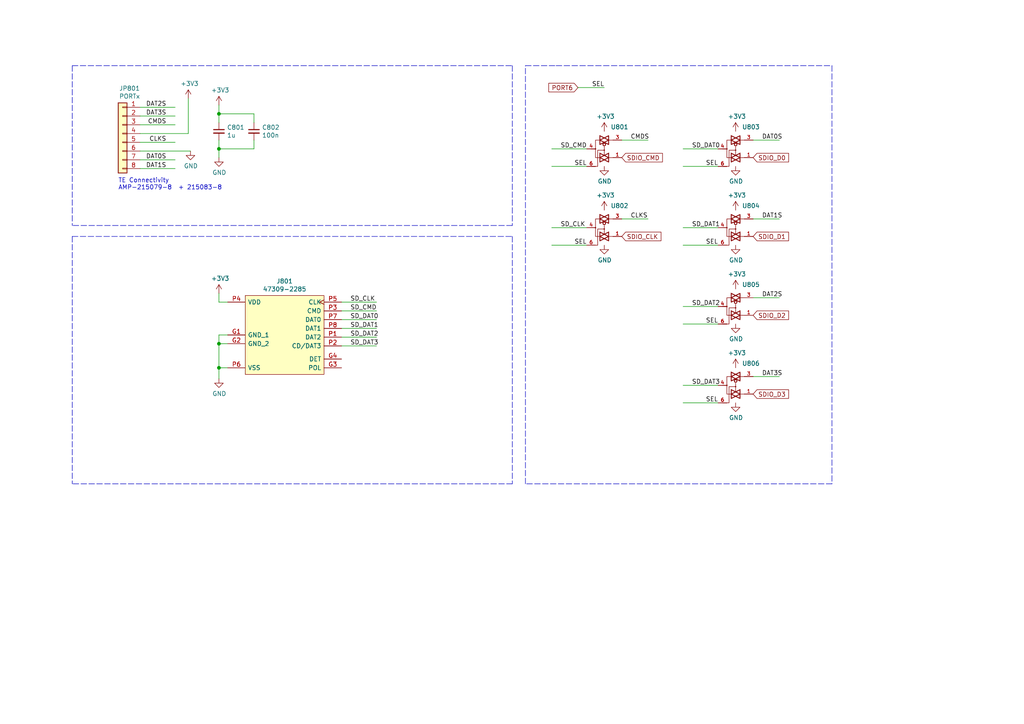
<source format=kicad_sch>
(kicad_sch (version 20200608) (host eeschema "(5.99.0-1973-g8c57821e9)")
  (page 1 9)
  (paper "A4")
  (lib_symbols
    (symbol "47309-2285:47309-2285" (pin_names (offset 0.762))
      (property "Reference" "J" (at 29.21 7.62 0))
      (property "Value" "47309-2285" (at 29.21 5.08 0))
      (symbol "47309-2285_0_1"
        (polyline (pts (xy 5.08 2.54) (xy 27.94 2.54) (xy 27.94 -20.32) (xy 5.08 -20.32) (xy 5.08 2.54)) (stroke (width 0.152)) (fill (type background)))
      )
      (symbol "47309-2285_0_0"
        (pin passive line (at 0 -8.89 0) (length 5.08) (name "GND_1") (number "G1"))
        (pin passive line (at 0 -11.43 0) (length 5.08) (name "GND_2") (number "G2"))
        (pin passive line (at 33.02 -18.415 180) (length 5.08) (name "POL") (number "G3"))
        (pin passive line (at 33.02 -15.875 180) (length 5.08) (name "DET") (number "G4"))
        (pin passive line (at 33.02 -9.525 180) (length 5.08) (name "DAT2") (number "P1"))
        (pin passive line (at 33.02 -12.065 180) (length 5.08) (name "CD/DAT3") (number "P2"))
        (pin passive line (at 33.02 -1.905 180) (length 5.08) (name "CMD") (number "P3"))
        (pin passive line (at 0 0.635 0) (length 5.08) (name "VDD") (number "P4"))
        (pin passive clock (at 33.02 0.635 180) (length 5.08) (name "CLK") (number "P5"))
        (pin passive line (at 0 -18.415 0) (length 5.08) (name "VSS") (number "P6"))
        (pin passive line (at 33.02 -4.445 180) (length 5.08) (name "DAT0") (number "P7"))
        (pin passive line (at 33.02 -6.985 180) (length 5.08) (name "DAT1") (number "P8"))
      )
    )
    (symbol "74LVC1G3157:74LVC1G3157"
      (property "Reference" "U" (at -2.54 5.08 0))
      (property "Value" "74LVC1G3157" (at 0 -6.35 0))
      (symbol "74LVC1G3157_0_0"
        (circle (center -2.54 0) (radius 0.127))
        (circle (center 0 -0.381) (radius 0.127))
        (circle (center 0 1.27) (radius 0.381) (stroke (width 0.254)))
        (polyline (pts (xy -3.81 -5.08) (xy -2.54 -5.08)))
        (polyline (pts (xy -3.81 0) (xy -2.54 0)))
        (polyline (pts (xy 2.54 -2.54) (xy 1.27 -2.54)))
        (polyline (pts (xy 2.54 2.54) (xy 1.27 2.54)))
        (polyline (pts (xy 0 0.635) (xy 0 -0.381) (xy 0 -1.905)))
        (polyline (pts (xy -1.27 -2.54) (xy 0 -3.175) (xy -1.27 -3.81) (xy -1.27 -2.54)) (stroke (width 0.254)))
        (polyline (pts (xy -1.27 -1.27) (xy -1.27 -2.54) (xy 0 -1.905) (xy -1.27 -1.27)) (stroke (width 0.254)))
        (polyline (pts (xy -1.27 2.54) (xy 0 1.905) (xy -1.27 1.27) (xy -1.27 2.54)) (stroke (width 0.254)))
        (polyline (pts (xy -1.27 3.81) (xy 0 3.175) (xy -1.27 2.54) (xy -1.27 3.81)) (stroke (width 0.254)))
        (polyline (pts (xy 0 -0.381) (xy -1.905 -0.381) (xy -1.905 -5.08) (xy -2.54 -5.08)))
        (polyline (pts (xy 1.27 -2.54) (xy 0 -3.175) (xy 1.27 -3.81) (xy 1.27 -2.54)) (stroke (width 0.254)))
        (polyline (pts (xy 1.27 -1.27) (xy 1.27 -2.54) (xy 0 -1.905) (xy 1.27 -1.27)) (stroke (width 0.254)))
        (polyline (pts (xy 1.27 2.54) (xy 1.27 1.27) (xy 0 1.905) (xy 1.27 2.54)) (stroke (width 0.254)))
        (polyline (pts (xy 1.27 2.54) (xy 1.27 3.81) (xy 0 3.175) (xy 1.27 2.54)) (stroke (width 0.254)))
        (polyline (pts (xy -1.27 2.54) (xy -2.54 2.54) (xy -2.54 0) (xy -2.54 -2.54) (xy -1.27 -2.54)))
        (pin power_in line (at 0 -5.08 270) (length 0) hide (name "GND") (number "2"))
        (pin power_in line (at 0 5.08 90) (length 0) hide (name "VCC") (number "5"))
        (pin bidirectional line (at 5.08 2.54 180) (length 2.54) (name "~") (number "3"))
        (pin bidirectional line (at 5.08 -2.54 180) (length 2.54) (name "~") (number "1"))
        (pin bidirectional line (at -5.08 0 0) (length 2.54) (name "~") (number "4"))
        (pin input line (at -5.08 -5.08 0) (length 2.54) (name "~") (number "6"))
      )
    )
    (symbol "74LVC1G3157:74LVC1G3157_1"
      (property "Reference" "U" (at -2.54 5.08 0))
      (property "Value" "74LVC1G3157" (at 0 -6.35 0))
      (symbol "74LVC1G3157_1_0_0"
        (circle (center -2.54 0) (radius 0.127))
        (circle (center 0 -0.381) (radius 0.127))
        (circle (center 0 1.27) (radius 0.381) (stroke (width 0.254)))
        (polyline (pts (xy -3.81 -5.08) (xy -2.54 -5.08)))
        (polyline (pts (xy -3.81 0) (xy -2.54 0)))
        (polyline (pts (xy 2.54 -2.54) (xy 1.27 -2.54)))
        (polyline (pts (xy 2.54 2.54) (xy 1.27 2.54)))
        (polyline (pts (xy 0 0.635) (xy 0 -0.381) (xy 0 -1.905)))
        (polyline (pts (xy -1.27 -2.54) (xy 0 -3.175) (xy -1.27 -3.81) (xy -1.27 -2.54)) (stroke (width 0.254)))
        (polyline (pts (xy -1.27 -1.27) (xy -1.27 -2.54) (xy 0 -1.905) (xy -1.27 -1.27)) (stroke (width 0.254)))
        (polyline (pts (xy -1.27 2.54) (xy 0 1.905) (xy -1.27 1.27) (xy -1.27 2.54)) (stroke (width 0.254)))
        (polyline (pts (xy -1.27 3.81) (xy 0 3.175) (xy -1.27 2.54) (xy -1.27 3.81)) (stroke (width 0.254)))
        (polyline (pts (xy 0 -0.381) (xy -1.905 -0.381) (xy -1.905 -5.08) (xy -2.54 -5.08)))
        (polyline (pts (xy 1.27 -2.54) (xy 0 -3.175) (xy 1.27 -3.81) (xy 1.27 -2.54)) (stroke (width 0.254)))
        (polyline (pts (xy 1.27 -1.27) (xy 1.27 -2.54) (xy 0 -1.905) (xy 1.27 -1.27)) (stroke (width 0.254)))
        (polyline (pts (xy 1.27 2.54) (xy 1.27 1.27) (xy 0 1.905) (xy 1.27 2.54)) (stroke (width 0.254)))
        (polyline (pts (xy 1.27 2.54) (xy 1.27 3.81) (xy 0 3.175) (xy 1.27 2.54)) (stroke (width 0.254)))
        (polyline (pts (xy -1.27 2.54) (xy -2.54 2.54) (xy -2.54 0) (xy -2.54 -2.54) (xy -1.27 -2.54)))
        (pin power_in line (at 0 -5.08 270) (length 0) hide (name "GND") (number "2"))
        (pin power_in line (at 0 5.08 90) (length 0) hide (name "VCC") (number "5"))
        (pin bidirectional line (at 5.08 2.54 180) (length 2.54) (name "~") (number "3"))
        (pin bidirectional line (at 5.08 -2.54 180) (length 2.54) (name "~") (number "1"))
        (pin bidirectional line (at -5.08 0 0) (length 2.54) (name "~") (number "4"))
        (pin input line (at -5.08 -5.08 0) (length 2.54) (name "~") (number "6"))
      )
    )
    (symbol "74LVC1G3157:74LVC1G3157_2"
      (property "Reference" "U" (at -2.54 5.08 0))
      (property "Value" "74LVC1G3157" (at 0 -6.35 0))
      (symbol "74LVC1G3157_2_0_0"
        (circle (center -2.54 0) (radius 0.127))
        (circle (center 0 -0.381) (radius 0.127))
        (circle (center 0 1.27) (radius 0.381) (stroke (width 0.254)))
        (polyline (pts (xy -3.81 -5.08) (xy -2.54 -5.08)))
        (polyline (pts (xy -3.81 0) (xy -2.54 0)))
        (polyline (pts (xy 2.54 -2.54) (xy 1.27 -2.54)))
        (polyline (pts (xy 2.54 2.54) (xy 1.27 2.54)))
        (polyline (pts (xy 0 0.635) (xy 0 -0.381) (xy 0 -1.905)))
        (polyline (pts (xy -1.27 -2.54) (xy 0 -3.175) (xy -1.27 -3.81) (xy -1.27 -2.54)) (stroke (width 0.254)))
        (polyline (pts (xy -1.27 -1.27) (xy -1.27 -2.54) (xy 0 -1.905) (xy -1.27 -1.27)) (stroke (width 0.254)))
        (polyline (pts (xy -1.27 2.54) (xy 0 1.905) (xy -1.27 1.27) (xy -1.27 2.54)) (stroke (width 0.254)))
        (polyline (pts (xy -1.27 3.81) (xy 0 3.175) (xy -1.27 2.54) (xy -1.27 3.81)) (stroke (width 0.254)))
        (polyline (pts (xy 0 -0.381) (xy -1.905 -0.381) (xy -1.905 -5.08) (xy -2.54 -5.08)))
        (polyline (pts (xy 1.27 -2.54) (xy 0 -3.175) (xy 1.27 -3.81) (xy 1.27 -2.54)) (stroke (width 0.254)))
        (polyline (pts (xy 1.27 -1.27) (xy 1.27 -2.54) (xy 0 -1.905) (xy 1.27 -1.27)) (stroke (width 0.254)))
        (polyline (pts (xy 1.27 2.54) (xy 1.27 1.27) (xy 0 1.905) (xy 1.27 2.54)) (stroke (width 0.254)))
        (polyline (pts (xy 1.27 2.54) (xy 1.27 3.81) (xy 0 3.175) (xy 1.27 2.54)) (stroke (width 0.254)))
        (polyline (pts (xy -1.27 2.54) (xy -2.54 2.54) (xy -2.54 0) (xy -2.54 -2.54) (xy -1.27 -2.54)))
        (pin power_in line (at 0 -5.08 270) (length 0) hide (name "GND") (number "2"))
        (pin power_in line (at 0 5.08 90) (length 0) hide (name "VCC") (number "5"))
        (pin bidirectional line (at 5.08 2.54 180) (length 2.54) (name "~") (number "3"))
        (pin bidirectional line (at 5.08 -2.54 180) (length 2.54) (name "~") (number "1"))
        (pin bidirectional line (at -5.08 0 0) (length 2.54) (name "~") (number "4"))
        (pin input line (at -5.08 -5.08 0) (length 2.54) (name "~") (number "6"))
      )
    )
    (symbol "74LVC1G3157:74LVC1G3157_3"
      (property "Reference" "U" (at -2.54 5.08 0))
      (property "Value" "74LVC1G3157" (at 0 -6.35 0))
      (symbol "74LVC1G3157_3_0_0"
        (circle (center -2.54 0) (radius 0.127))
        (circle (center 0 -0.381) (radius 0.127))
        (circle (center 0 1.27) (radius 0.381) (stroke (width 0.254)))
        (polyline (pts (xy -3.81 -5.08) (xy -2.54 -5.08)))
        (polyline (pts (xy -3.81 0) (xy -2.54 0)))
        (polyline (pts (xy 2.54 -2.54) (xy 1.27 -2.54)))
        (polyline (pts (xy 2.54 2.54) (xy 1.27 2.54)))
        (polyline (pts (xy 0 0.635) (xy 0 -0.381) (xy 0 -1.905)))
        (polyline (pts (xy -1.27 -2.54) (xy 0 -3.175) (xy -1.27 -3.81) (xy -1.27 -2.54)) (stroke (width 0.254)))
        (polyline (pts (xy -1.27 -1.27) (xy -1.27 -2.54) (xy 0 -1.905) (xy -1.27 -1.27)) (stroke (width 0.254)))
        (polyline (pts (xy -1.27 2.54) (xy 0 1.905) (xy -1.27 1.27) (xy -1.27 2.54)) (stroke (width 0.254)))
        (polyline (pts (xy -1.27 3.81) (xy 0 3.175) (xy -1.27 2.54) (xy -1.27 3.81)) (stroke (width 0.254)))
        (polyline (pts (xy 0 -0.381) (xy -1.905 -0.381) (xy -1.905 -5.08) (xy -2.54 -5.08)))
        (polyline (pts (xy 1.27 -2.54) (xy 0 -3.175) (xy 1.27 -3.81) (xy 1.27 -2.54)) (stroke (width 0.254)))
        (polyline (pts (xy 1.27 -1.27) (xy 1.27 -2.54) (xy 0 -1.905) (xy 1.27 -1.27)) (stroke (width 0.254)))
        (polyline (pts (xy 1.27 2.54) (xy 1.27 1.27) (xy 0 1.905) (xy 1.27 2.54)) (stroke (width 0.254)))
        (polyline (pts (xy 1.27 2.54) (xy 1.27 3.81) (xy 0 3.175) (xy 1.27 2.54)) (stroke (width 0.254)))
        (polyline (pts (xy -1.27 2.54) (xy -2.54 2.54) (xy -2.54 0) (xy -2.54 -2.54) (xy -1.27 -2.54)))
        (pin power_in line (at 0 -5.08 270) (length 0) hide (name "GND") (number "2"))
        (pin power_in line (at 0 5.08 90) (length 0) hide (name "VCC") (number "5"))
        (pin bidirectional line (at 5.08 2.54 180) (length 2.54) (name "~") (number "3"))
        (pin bidirectional line (at 5.08 -2.54 180) (length 2.54) (name "~") (number "1"))
        (pin bidirectional line (at -5.08 0 0) (length 2.54) (name "~") (number "4"))
        (pin input line (at -5.08 -5.08 0) (length 2.54) (name "~") (number "6"))
      )
    )
    (symbol "74LVC1G3157:74LVC1G3157_4"
      (property "Reference" "U" (at -2.54 5.08 0))
      (property "Value" "74LVC1G3157" (at 0 -6.35 0))
      (symbol "74LVC1G3157_4_0_0"
        (circle (center -2.54 0) (radius 0.127))
        (circle (center 0 -0.381) (radius 0.127))
        (circle (center 0 1.27) (radius 0.381) (stroke (width 0.254)))
        (polyline (pts (xy -3.81 -5.08) (xy -2.54 -5.08)))
        (polyline (pts (xy -3.81 0) (xy -2.54 0)))
        (polyline (pts (xy 2.54 -2.54) (xy 1.27 -2.54)))
        (polyline (pts (xy 2.54 2.54) (xy 1.27 2.54)))
        (polyline (pts (xy 0 0.635) (xy 0 -0.381) (xy 0 -1.905)))
        (polyline (pts (xy -1.27 -2.54) (xy 0 -3.175) (xy -1.27 -3.81) (xy -1.27 -2.54)) (stroke (width 0.254)))
        (polyline (pts (xy -1.27 -1.27) (xy -1.27 -2.54) (xy 0 -1.905) (xy -1.27 -1.27)) (stroke (width 0.254)))
        (polyline (pts (xy -1.27 2.54) (xy 0 1.905) (xy -1.27 1.27) (xy -1.27 2.54)) (stroke (width 0.254)))
        (polyline (pts (xy -1.27 3.81) (xy 0 3.175) (xy -1.27 2.54) (xy -1.27 3.81)) (stroke (width 0.254)))
        (polyline (pts (xy 0 -0.381) (xy -1.905 -0.381) (xy -1.905 -5.08) (xy -2.54 -5.08)))
        (polyline (pts (xy 1.27 -2.54) (xy 0 -3.175) (xy 1.27 -3.81) (xy 1.27 -2.54)) (stroke (width 0.254)))
        (polyline (pts (xy 1.27 -1.27) (xy 1.27 -2.54) (xy 0 -1.905) (xy 1.27 -1.27)) (stroke (width 0.254)))
        (polyline (pts (xy 1.27 2.54) (xy 1.27 1.27) (xy 0 1.905) (xy 1.27 2.54)) (stroke (width 0.254)))
        (polyline (pts (xy 1.27 2.54) (xy 1.27 3.81) (xy 0 3.175) (xy 1.27 2.54)) (stroke (width 0.254)))
        (polyline (pts (xy -1.27 2.54) (xy -2.54 2.54) (xy -2.54 0) (xy -2.54 -2.54) (xy -1.27 -2.54)))
        (pin power_in line (at 0 -5.08 270) (length 0) hide (name "GND") (number "2"))
        (pin power_in line (at 0 5.08 90) (length 0) hide (name "VCC") (number "5"))
        (pin bidirectional line (at 5.08 2.54 180) (length 2.54) (name "~") (number "3"))
        (pin bidirectional line (at 5.08 -2.54 180) (length 2.54) (name "~") (number "1"))
        (pin bidirectional line (at -5.08 0 0) (length 2.54) (name "~") (number "4"))
        (pin input line (at -5.08 -5.08 0) (length 2.54) (name "~") (number "6"))
      )
    )
    (symbol "74LVC1G3157:74LVC1G3157_5"
      (property "Reference" "U" (at -2.54 5.08 0))
      (property "Value" "74LVC1G3157" (at 0 -6.35 0))
      (symbol "74LVC1G3157_5_0_0"
        (circle (center -2.54 0) (radius 0.127))
        (circle (center 0 -0.381) (radius 0.127))
        (circle (center 0 1.27) (radius 0.381) (stroke (width 0.254)))
        (polyline (pts (xy -3.81 -5.08) (xy -2.54 -5.08)))
        (polyline (pts (xy -3.81 0) (xy -2.54 0)))
        (polyline (pts (xy 2.54 -2.54) (xy 1.27 -2.54)))
        (polyline (pts (xy 2.54 2.54) (xy 1.27 2.54)))
        (polyline (pts (xy 0 0.635) (xy 0 -0.381) (xy 0 -1.905)))
        (polyline (pts (xy -1.27 -2.54) (xy 0 -3.175) (xy -1.27 -3.81) (xy -1.27 -2.54)) (stroke (width 0.254)))
        (polyline (pts (xy -1.27 -1.27) (xy -1.27 -2.54) (xy 0 -1.905) (xy -1.27 -1.27)) (stroke (width 0.254)))
        (polyline (pts (xy -1.27 2.54) (xy 0 1.905) (xy -1.27 1.27) (xy -1.27 2.54)) (stroke (width 0.254)))
        (polyline (pts (xy -1.27 3.81) (xy 0 3.175) (xy -1.27 2.54) (xy -1.27 3.81)) (stroke (width 0.254)))
        (polyline (pts (xy 0 -0.381) (xy -1.905 -0.381) (xy -1.905 -5.08) (xy -2.54 -5.08)))
        (polyline (pts (xy 1.27 -2.54) (xy 0 -3.175) (xy 1.27 -3.81) (xy 1.27 -2.54)) (stroke (width 0.254)))
        (polyline (pts (xy 1.27 -1.27) (xy 1.27 -2.54) (xy 0 -1.905) (xy 1.27 -1.27)) (stroke (width 0.254)))
        (polyline (pts (xy 1.27 2.54) (xy 1.27 1.27) (xy 0 1.905) (xy 1.27 2.54)) (stroke (width 0.254)))
        (polyline (pts (xy 1.27 2.54) (xy 1.27 3.81) (xy 0 3.175) (xy 1.27 2.54)) (stroke (width 0.254)))
        (polyline (pts (xy -1.27 2.54) (xy -2.54 2.54) (xy -2.54 0) (xy -2.54 -2.54) (xy -1.27 -2.54)))
        (pin power_in line (at 0 -5.08 270) (length 0) hide (name "GND") (number "2"))
        (pin power_in line (at 0 5.08 90) (length 0) hide (name "VCC") (number "5"))
        (pin bidirectional line (at 5.08 2.54 180) (length 2.54) (name "~") (number "3"))
        (pin bidirectional line (at 5.08 -2.54 180) (length 2.54) (name "~") (number "1"))
        (pin bidirectional line (at -5.08 0 0) (length 2.54) (name "~") (number "4"))
        (pin input line (at -5.08 -5.08 0) (length 2.54) (name "~") (number "6"))
      )
    )
    (symbol "Connector_Generic:Conn_01x08" (pin_names hide)
      (property "Reference" "J" (at 0 10.16 0))
      (property "Value" "Conn_01x08" (at 0 -12.7 0))
      (symbol "Conn_01x08_1_1"
        (rectangle (start -1.27 -4.953) (end 0 -5.207) (stroke (width 0.1524)))
        (rectangle (start -1.27 -7.493) (end 0 -7.747) (stroke (width 0.1524)))
        (rectangle (start -1.27 -10.033) (end 0 -10.287) (stroke (width 0.1524)))
        (rectangle (start -1.27 -2.413) (end 0 -2.667) (stroke (width 0.1524)))
        (rectangle (start -1.27 2.667) (end 0 2.413) (stroke (width 0.1524)))
        (rectangle (start -1.27 5.207) (end 0 4.953) (stroke (width 0.1524)))
        (rectangle (start -1.27 7.747) (end 0 7.493) (stroke (width 0.1524)))
        (rectangle (start -1.27 8.89) (end 1.27 -11.43) (stroke (width 0.254)) (fill (type background)))
        (rectangle (start -1.27 0.127) (end 0 -0.127) (stroke (width 0.1524)))
        (pin passive line (at -5.08 7.62 0) (length 3.81) (name "Pin_1") (number "1"))
        (pin passive line (at -5.08 5.08 0) (length 3.81) (name "Pin_2") (number "2"))
        (pin passive line (at -5.08 2.54 0) (length 3.81) (name "Pin_3") (number "3"))
        (pin passive line (at -5.08 0 0) (length 3.81) (name "Pin_4") (number "4"))
        (pin passive line (at -5.08 -2.54 0) (length 3.81) (name "Pin_5") (number "5"))
        (pin passive line (at -5.08 -5.08 0) (length 3.81) (name "Pin_6") (number "6"))
        (pin passive line (at -5.08 -7.62 0) (length 3.81) (name "Pin_7") (number "7"))
        (pin passive line (at -5.08 -10.16 0) (length 3.81) (name "Pin_8") (number "8"))
      )
    )
    (symbol "Device:C_Small_1" (pin_numbers hide) (pin_names (offset 0.254) hide)
      (property "Reference" "C" (at 0.254 1.778 0))
      (property "Value" "C_Small" (at 0.254 -2.032 0))
      (symbol "C_Small_1_0_1"
        (polyline (pts (xy -1.524 -0.508) (xy 1.524 -0.508)) (stroke (width 0.3302)))
        (polyline (pts (xy -1.524 0.508) (xy 1.524 0.508)) (stroke (width 0.3048)))
      )
      (symbol "C_Small_1_1_1"
        (pin passive line (at 0 2.54 270) (length 2.032) (name "~") (number "1"))
        (pin passive line (at 0 -2.54 90) (length 2.032) (name "~") (number "2"))
      )
    )
    (symbol "Device:C_Small_2" (pin_numbers hide) (pin_names (offset 0.254) hide)
      (property "Reference" "C" (at 0.254 1.778 0))
      (property "Value" "C_Small" (at 0.254 -2.032 0))
      (symbol "C_Small_2_0_1"
        (polyline (pts (xy -1.524 -0.508) (xy 1.524 -0.508)) (stroke (width 0.3302)))
        (polyline (pts (xy -1.524 0.508) (xy 1.524 0.508)) (stroke (width 0.3048)))
      )
      (symbol "C_Small_2_1_1"
        (pin passive line (at 0 2.54 270) (length 2.032) (name "~") (number "1"))
        (pin passive line (at 0 -2.54 90) (length 2.032) (name "~") (number "2"))
      )
    )
    (symbol "power:+3V3" (power) (pin_names (offset 0))
      (property "Value" "+3V3" (at 0 3.556 0))
      (symbol "+3V3_0_1"
        (polyline (pts (xy -0.762 1.27) (xy 0 2.54)))
        (polyline (pts (xy 0 0) (xy 0 2.54)))
        (polyline (pts (xy 0 2.54) (xy 0.762 1.27)))
      )
      (symbol "+3V3_1_1"
        (pin power_in line (at 0 0 90) (length 0) hide (name "+3V3") (number "1"))
      )
    )
    (symbol "power:GND" (power) (pin_names (offset 0))
      (property "Value" "GND" (at 0 -3.81 0))
      (symbol "GND_0_1"
        (polyline (pts (xy 0 0) (xy 0 -1.27) (xy 1.27 -1.27) (xy 0 -2.54) (xy -1.27 -1.27) (xy 0 -1.27)))
      )
      (symbol "GND_1_1"
        (pin power_in line (at 0 0 270) (length 0) hide (name "GND") (number "1"))
      )
    )
  )
  (junction (at 63.5 33.02))
  (junction (at 63.5 43.18))
  (junction (at 63.5 99.695))
  (junction (at 63.5 106.68))
  (wire (pts (xy 40.64 31.115) (xy 50.8 31.115)))
  (wire (pts (xy 40.64 33.655) (xy 50.8 33.655)))
  (wire (pts (xy 40.64 36.195) (xy 50.8 36.195)))
  (wire (pts (xy 40.64 41.275) (xy 50.8 41.275)))
  (wire (pts (xy 40.64 43.815) (xy 55.245 43.815)))
  (wire (pts (xy 40.64 46.355) (xy 50.8 46.355)))
  (wire (pts (xy 40.64 48.895) (xy 50.8 48.895)))
  (wire (pts (xy 54.61 28.575) (xy 54.61 38.735)))
  (wire (pts (xy 54.61 38.735) (xy 40.64 38.735)))
  (wire (pts (xy 63.5 30.48) (xy 63.5 33.02)))
  (wire (pts (xy 63.5 33.02) (xy 63.5 35.56)))
  (wire (pts (xy 63.5 40.64) (xy 63.5 43.18)))
  (wire (pts (xy 63.5 43.18) (xy 63.5 45.72)))
  (wire (pts (xy 63.5 85.09) (xy 63.5 87.63)))
  (wire (pts (xy 63.5 87.63) (xy 66.04 87.63)))
  (wire (pts (xy 63.5 97.155) (xy 66.04 97.155)))
  (wire (pts (xy 63.5 99.695) (xy 63.5 97.155)))
  (wire (pts (xy 63.5 99.695) (xy 66.04 99.695)))
  (wire (pts (xy 63.5 106.68) (xy 63.5 99.695)))
  (wire (pts (xy 63.5 106.68) (xy 66.04 106.68)))
  (wire (pts (xy 63.5 109.855) (xy 63.5 106.68)))
  (wire (pts (xy 73.66 33.02) (xy 63.5 33.02)))
  (wire (pts (xy 73.66 35.56) (xy 73.66 33.02)))
  (wire (pts (xy 73.66 40.64) (xy 73.66 43.18)))
  (wire (pts (xy 73.66 43.18) (xy 63.5 43.18)))
  (wire (pts (xy 99.06 87.63) (xy 109.22 87.63)))
  (wire (pts (xy 99.06 90.17) (xy 109.22 90.17)))
  (wire (pts (xy 99.06 92.71) (xy 109.22 92.71)))
  (wire (pts (xy 99.06 95.25) (xy 109.22 95.25)))
  (wire (pts (xy 99.06 97.79) (xy 109.22 97.79)))
  (wire (pts (xy 99.06 100.33) (xy 109.22 100.33)))
  (wire (pts (xy 160.02 43.18) (xy 170.18 43.18)))
  (wire (pts (xy 160.02 48.26) (xy 170.18 48.26)))
  (wire (pts (xy 160.02 66.04) (xy 170.18 66.04)))
  (wire (pts (xy 160.02 71.12) (xy 170.18 71.12)))
  (wire (pts (xy 167.64 25.4) (xy 175.26 25.4)))
  (wire (pts (xy 180.34 40.64) (xy 187.96 40.64)))
  (wire (pts (xy 180.34 63.5) (xy 187.96 63.5)))
  (wire (pts (xy 198.12 43.18) (xy 208.28 43.18)))
  (wire (pts (xy 198.12 48.26) (xy 208.28 48.26)))
  (wire (pts (xy 198.12 66.04) (xy 208.28 66.04)))
  (wire (pts (xy 198.12 71.12) (xy 208.28 71.12)))
  (wire (pts (xy 198.12 88.9) (xy 208.28 88.9)))
  (wire (pts (xy 198.12 93.98) (xy 208.28 93.98)))
  (wire (pts (xy 198.12 111.76) (xy 208.28 111.76)))
  (wire (pts (xy 198.12 116.84) (xy 208.28 116.84)))
  (wire (pts (xy 218.44 40.64) (xy 226.06 40.64)))
  (wire (pts (xy 218.44 63.5) (xy 226.06 63.5)))
  (wire (pts (xy 218.44 86.36) (xy 226.06 86.36)))
  (wire (pts (xy 218.44 109.22) (xy 226.06 109.22)))
  (polyline (pts (xy 20.955 19.05) (xy 20.955 65.405)) (stroke (width 0) (type dash)))
  (polyline (pts (xy 20.955 19.05) (xy 148.59 19.05)) (stroke (width 0) (type dash)))
  (polyline (pts (xy 20.955 68.58) (xy 20.955 140.335)) (stroke (width 0) (type dash)))
  (polyline (pts (xy 20.955 68.58) (xy 148.59 68.58)) (stroke (width 0) (type dash)))
  (polyline (pts (xy 148.59 19.05) (xy 148.59 65.405)) (stroke (width 0) (type dash)))
  (polyline (pts (xy 148.59 65.405) (xy 20.955 65.405)) (stroke (width 0) (type dash)))
  (polyline (pts (xy 148.59 68.58) (xy 148.59 140.335)) (stroke (width 0) (type dash)))
  (polyline (pts (xy 148.59 140.335) (xy 20.955 140.335)) (stroke (width 0) (type dash)))
  (polyline (pts (xy 152.4 19.05) (xy 161.29 19.05)) (stroke (width 0) (type dash)))
  (polyline (pts (xy 152.4 140.335) (xy 152.4 19.05)) (stroke (width 0) (type dash)))
  (polyline (pts (xy 161.29 19.05) (xy 241.3 19.05)) (stroke (width 0) (type dash)))
  (polyline (pts (xy 241.3 19.05) (xy 241.3 140.335)) (stroke (width 0) (type dash)))
  (polyline (pts (xy 241.3 140.335) (xy 152.4 140.335)) (stroke (width 0) (type dash)))
  (text "TE Connectivity\nAMP-215079-8  + 215083-8" (at 34.29 55.245 0) (effects (font (size 1.27 1.27)) (justify left bottom)))
  (label "DAT2S" (at 48.26 31.115 180))
  (label "DAT3S" (at 48.26 33.655 180))
  (label "CMDS" (at 48.26 36.195 180))
  (label "CLKS" (at 48.26 41.275 180))
  (label "DAT0S" (at 48.26 46.355 180))
  (label "DAT1S" (at 48.26 48.895 180))
  (label "SD_CLK" (at 101.6 87.63 0))
  (label "SD_CMD" (at 101.6 90.17 0))
  (label "SD_DAT0" (at 101.6 92.71 0))
  (label "SD_DAT1" (at 101.6 95.25 0))
  (label "SD_DAT2" (at 101.6 97.79 0))
  (label "SD_DAT3" (at 101.6 100.33 0))
  (label "SD_CMD" (at 162.56 43.18 0))
  (label "SD_CLK" (at 162.56 66.04 0))
  (label "SEL" (at 170.18 48.26 180))
  (label "SEL" (at 170.18 71.12 180))
  (label "SEL" (at 175.26 25.4 180))
  (label "CMDS" (at 182.88 40.64 0))
  (label "CLKS" (at 182.88 63.5 0))
  (label "SD_DAT0" (at 200.66 43.18 0))
  (label "SD_DAT1" (at 200.66 66.04 0))
  (label "SD_DAT2" (at 200.66 88.9 0))
  (label "SD_DAT3" (at 200.66 111.76 0))
  (label "SEL" (at 208.28 48.26 180))
  (label "SEL" (at 208.28 71.12 180))
  (label "SEL" (at 208.28 93.98 180))
  (label "SEL" (at 208.28 116.84 180))
  (label "DAT0S" (at 220.98 40.64 0))
  (label "DAT1S" (at 220.98 63.5 0))
  (label "DAT2S" (at 220.98 86.36 0))
  (label "DAT3S" (at 220.98 109.22 0))
  (global_label "PORT6" (shape input) (at 167.64 25.4 180))
  (global_label "SDIO_CMD" (shape input) (at 180.34 45.72 0))
  (global_label "SDIO_CLK" (shape input) (at 180.34 68.58 0))
  (global_label "SDIO_D0" (shape input) (at 218.44 45.72 0))
  (global_label "SDIO_D1" (shape input) (at 218.44 68.58 0))
  (global_label "SDIO_D2" (shape input) (at 218.44 91.44 0))
  (global_label "SDIO_D3" (shape input) (at 218.44 114.3 0))
  (symbol (lib_id "power:+3V3") (at 54.61 28.575 0) (unit 1)
    (property "Reference" "#PWR0801" (effects hide))
    (property "Value" "+3V3" (at 54.9783 24.2506 0))
  )
  (symbol (lib_id "power:+3V3") (at 63.5 30.48 0) (unit 1)
    (property "Reference" "#PWR0803" (effects hide))
    (property "Value" "+3V3" (at 63.8683 26.1556 0))
  )
  (symbol (lib_id "power:+3V3") (at 63.5 85.09 0) (unit 1)
    (property "Reference" "#PWR0805" (effects hide))
    (property "Value" "+3V3" (at 63.8683 80.7656 0))
  )
  (symbol (lib_id "power:+3V3") (at 175.26 38.1 0) (unit 1)
    (property "Reference" "#PWR0807" (effects hide))
    (property "Value" "+3V3" (at 175.6283 33.7756 0))
  )
  (symbol (lib_id "power:+3V3") (at 175.26 60.96 0) (unit 1)
    (property "Reference" "#PWR0809" (effects hide))
    (property "Value" "+3V3" (at 175.6283 56.6356 0))
  )
  (symbol (lib_id "power:+3V3") (at 213.36 38.1 0) (unit 1)
    (property "Reference" "#PWR0811" (effects hide))
    (property "Value" "+3V3" (at 213.7283 33.7756 0))
  )
  (symbol (lib_id "power:+3V3") (at 213.36 60.96 0) (unit 1)
    (property "Reference" "#PWR0813" (effects hide))
    (property "Value" "+3V3" (at 213.7283 56.6356 0))
  )
  (symbol (lib_id "power:+3V3") (at 213.36 83.82 0) (unit 1)
    (property "Reference" "#PWR0815" (effects hide))
    (property "Value" "+3V3" (at 213.7283 79.4956 0))
  )
  (symbol (lib_id "power:+3V3") (at 213.36 106.68 0) (unit 1)
    (property "Reference" "#PWR0817" (effects hide))
    (property "Value" "+3V3" (at 213.7283 102.3556 0))
  )
  (symbol (lib_id "power:GND") (at 55.245 43.815 0) (unit 1)
    (property "Reference" "#PWR0802" (effects hide))
    (property "Value" "GND" (at 55.3593 48.1394 0))
  )
  (symbol (lib_id "power:GND") (at 63.5 45.72 0) (unit 1)
    (property "Reference" "#PWR0804" (effects hide))
    (property "Value" "GND" (at 63.6143 50.0444 0))
  )
  (symbol (lib_id "power:GND") (at 63.5 109.855 0) (unit 1)
    (property "Reference" "#PWR0806" (effects hide))
    (property "Value" "GND" (at 63.6143 114.1794 0))
  )
  (symbol (lib_id "power:GND") (at 175.26 48.26 0) (unit 1)
    (property "Reference" "#PWR0808" (effects hide))
    (property "Value" "GND" (at 175.3743 52.5844 0))
  )
  (symbol (lib_id "power:GND") (at 175.26 71.12 0) (unit 1)
    (property "Reference" "#PWR0810" (effects hide))
    (property "Value" "GND" (at 175.3743 75.4444 0))
  )
  (symbol (lib_id "power:GND") (at 213.36 48.26 0) (unit 1)
    (property "Reference" "#PWR0812" (effects hide))
    (property "Value" "GND" (at 213.4743 52.5844 0))
  )
  (symbol (lib_id "power:GND") (at 213.36 71.12 0) (unit 1)
    (property "Reference" "#PWR0814" (effects hide))
    (property "Value" "GND" (at 213.4743 75.4444 0))
  )
  (symbol (lib_id "power:GND") (at 213.36 93.98 0) (unit 1)
    (property "Reference" "#PWR0816" (effects hide))
    (property "Value" "GND" (at 213.4743 98.3044 0))
  )
  (symbol (lib_id "power:GND") (at 213.36 116.84 0) (unit 1)
    (property "Reference" "#PWR0818" (effects hide))
    (property "Value" "GND" (at 213.4743 121.1644 0))
  )
  (symbol (lib_name "Device:C_Small_1") (lib_id "Device:C_Small") (at 63.5 38.1 0) (unit 1)
    (property "Reference" "C801" (at 65.8242 36.9506 0) (effects (justify left)))
    (property "Value" "1u" (at 65.8242 39.2493 0) (effects (justify left)))
    (property "Footprint" "Capacitor_SMD:C_0402_1005Metric" (effects hide))
    (property "LCSC Part#" "C52923" (effects hide))
  )
  (symbol (lib_name "Device:C_Small_2") (lib_id "Device:C_Small") (at 73.66 38.1 0) (unit 1)
    (property "Reference" "C802" (at 75.9842 36.9506 0) (effects (justify left)))
    (property "Value" "100n" (at 75.984 39.249 0) (effects (justify left)))
    (property "Footprint" "Capacitor_SMD:C_0402_1005Metric" (effects hide))
    (property "LCSC Part#" "C1525" (effects hide))
  )
  (symbol (lib_name "74LVC1G3157:74LVC1G3157_2") (lib_id "74LVC1G3157:74LVC1G3157") (at 175.26 43.18 0) (unit 1)
    (property "Reference" "U801" (at 179.705 36.83 0))
    (property "Value" "74LVC1G3157" (effects hide))
    (property "Footprint" "Package_TO_SOT_SMD:SOT-363_SC-70-6" (effects hide))
    (property "Datasheet" "https://www.ti.com/lit/ds/symlink/sn74lvc1g3157.pdf" (effects hide))
    (property "LCSC Part#" "C265126" (effects hide))
    (property "Rotation" "0" (effects hide))
  )
  (symbol (lib_name "74LVC1G3157:74LVC1G3157_1") (lib_id "74LVC1G3157:74LVC1G3157") (at 175.26 66.04 0) (unit 1)
    (property "Reference" "U802" (at 179.705 59.69 0))
    (property "Value" "74LVC1G3157" (effects hide))
    (property "Footprint" "Package_TO_SOT_SMD:SOT-363_SC-70-6" (effects hide))
    (property "Datasheet" "https://www.ti.com/lit/ds/symlink/sn74lvc1g3157.pdf" (effects hide))
    (property "LCSC Part#" "C265126" (effects hide))
    (property "Rotation" "0" (effects hide))
  )
  (symbol (lib_name "74LVC1G3157:74LVC1G3157_3") (lib_id "74LVC1G3157:74LVC1G3157") (at 213.36 43.18 0) (unit 1)
    (property "Reference" "U803" (at 217.805 36.83 0))
    (property "Value" "74LVC1G3157" (effects hide))
    (property "Footprint" "Package_TO_SOT_SMD:SOT-363_SC-70-6" (effects hide))
    (property "Datasheet" "https://www.ti.com/lit/ds/symlink/sn74lvc1g3157.pdf" (effects hide))
    (property "LCSC Part#" "C265126" (effects hide))
    (property "Rotation" "0" (effects hide))
  )
  (symbol (lib_name "74LVC1G3157:74LVC1G3157_4") (lib_id "74LVC1G3157:74LVC1G3157") (at 213.36 66.04 0) (unit 1)
    (property "Reference" "U804" (at 217.805 59.69 0))
    (property "Value" "74LVC1G3157" (effects hide))
    (property "Footprint" "Package_TO_SOT_SMD:SOT-363_SC-70-6" (effects hide))
    (property "Datasheet" "https://www.ti.com/lit/ds/symlink/sn74lvc1g3157.pdf" (effects hide))
    (property "LCSC Part#" "C265126" (effects hide))
    (property "Rotation" "0" (effects hide))
  )
  (symbol (lib_name "74LVC1G3157:74LVC1G3157_5") (lib_id "74LVC1G3157:74LVC1G3157") (at 213.36 88.9 0) (unit 1)
    (property "Reference" "U805" (at 217.805 82.55 0))
    (property "Value" "74LVC1G3157" (effects hide))
    (property "Footprint" "Package_TO_SOT_SMD:SOT-363_SC-70-6" (effects hide))
    (property "Datasheet" "https://www.ti.com/lit/ds/symlink/sn74lvc1g3157.pdf" (effects hide))
    (property "LCSC Part#" "C265126" (effects hide))
    (property "Rotation" "0" (effects hide))
  )
  (symbol (lib_id "74LVC1G3157:74LVC1G3157") (at 213.36 111.76 0) (unit 1)
    (property "Reference" "U806" (at 217.805 105.41 0))
    (property "Value" "74LVC1G3157" (effects hide))
    (property "Footprint" "Package_TO_SOT_SMD:SOT-363_SC-70-6" (effects hide))
    (property "Datasheet" "https://www.ti.com/lit/ds/symlink/sn74lvc1g3157.pdf" (effects hide))
    (property "LCSC Part#" "C265126" (effects hide))
    (property "Rotation" "0" (effects hide))
  )
  (symbol (lib_id "Connector_Generic:Conn_01x08") (at 35.56 38.735 0) (mirror y) (unit 1)
    (property "Reference" "JP801" (at 37.592 25.635 0))
    (property "Value" "PORTx" (at 37.592 27.9335 0))
    (property "Footprint" "footprints:ConnectorMicromatch-8" (effects hide))
    (property "TME Part#" "MM2x5" (effects hide))
    (property "Mechanical" "T" (effects hide))
  )
  (symbol (lib_id "47309-2285:47309-2285") (at 66.04 88.265 0) (unit 1)
    (property "Reference" "J801" (at 82.55 81.566 0))
    (property "Value" "47309-2285" (at 82.55 83.8645 0))
    (property "Footprint" "footprints:47309-2285" (effects hide))
    (property "Datasheet" "https://www.molex.com/pdm_docs/sd/473092285_sd.pdf" (effects hide))
    (property "Mouser Part#" "538-47309-2285" (effects hide))
    (property "Mechanical" "T" (effects hide))
  )
)
</source>
